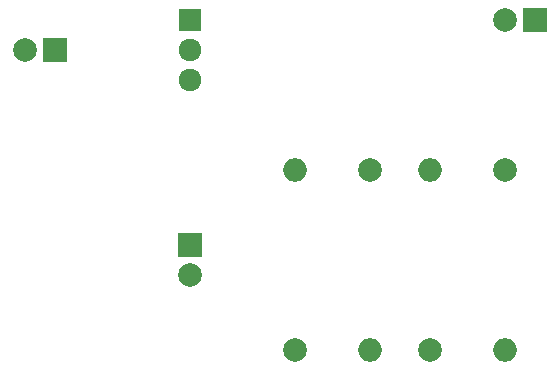
<source format=gbr>
G04 #@! TF.FileFunction,Soldermask,Bot*
%FSLAX46Y46*%
G04 Gerber Fmt 4.6, Leading zero omitted, Abs format (unit mm)*
G04 Created by KiCad (PCBNEW 4.0.5) date 05/18/17 10:57:56*
%MOMM*%
%LPD*%
G01*
G04 APERTURE LIST*
%ADD10C,0.100000*%
%ADD11R,2.000000X2.000000*%
%ADD12C,2.000000*%
%ADD13O,2.000000X2.000000*%
%ADD14C,1.920000*%
%ADD15R,1.920000X1.920000*%
G04 APERTURE END LIST*
D10*
D11*
X132080000Y-80010000D03*
D12*
X129580000Y-80010000D03*
D11*
X143510000Y-96520000D03*
D12*
X143510000Y-99020000D03*
D11*
X172720000Y-77470000D03*
D12*
X170220000Y-77470000D03*
X163830000Y-105410000D03*
D13*
X163830000Y-90170000D03*
D12*
X170180000Y-90170000D03*
D13*
X170180000Y-105410000D03*
D12*
X152400000Y-105410000D03*
D13*
X152400000Y-90170000D03*
D14*
X143510000Y-80010000D03*
X143510000Y-82550000D03*
D15*
X143510000Y-77470000D03*
D12*
X158750000Y-90170000D03*
D13*
X158750000Y-105410000D03*
M02*

</source>
